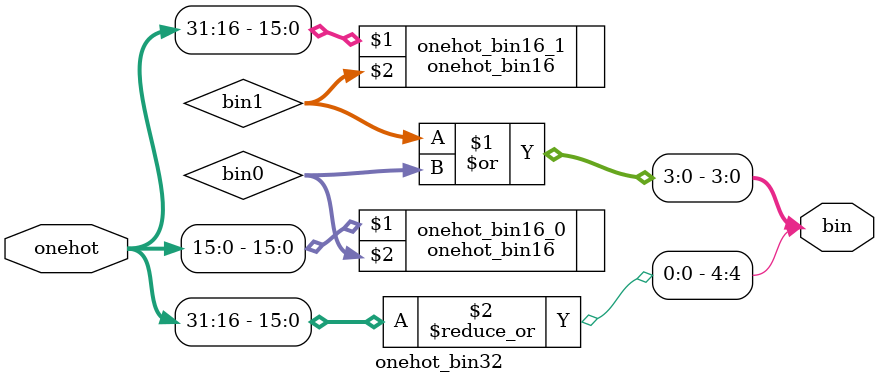
<source format=sv>
module onehot_bin32 (
    input  logic [31:0] onehot,
    output logic [ 4:0] bin
);
  logic [3:0] bin1, bin0;
  onehot_bin16 onehot_bin16_1(onehot[31:16], bin1);
  onehot_bin16 onehot_bin16_0(onehot[15: 0], bin0);
  assign bin = {|{onehot[31:16]}, bin1 | bin0};
endmodule

</source>
